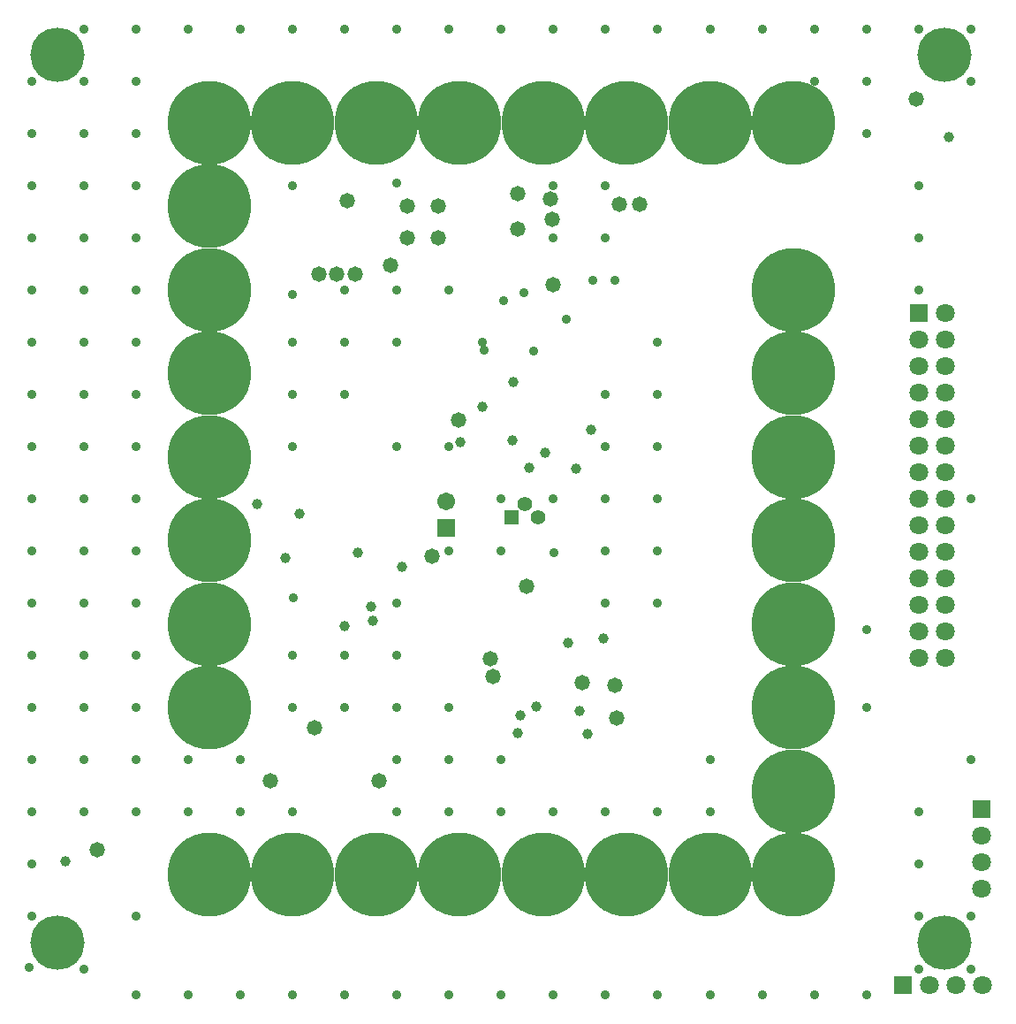
<source format=gbr>
%TF.GenerationSoftware,Altium Limited,Altium Designer,23.9.2 (47)*%
G04 Layer_Color=16711935*
%FSLAX25Y25*%
%MOIN*%
%TF.SameCoordinates,F944BC78-FABB-4A85-9D96-7E9E55BFA98D*%
%TF.FilePolarity,Negative*%
%TF.FileFunction,Soldermask,Bot*%
%TF.Part,Single*%
G01*
G75*
%TA.AperFunction,ComponentPad*%
%ADD91C,0.07099*%
%ADD92R,0.07099X0.07099*%
%TA.AperFunction,ViaPad*%
%ADD93C,0.20485*%
%TA.AperFunction,ComponentPad*%
%ADD94C,0.06706*%
%ADD95R,0.06706X0.06706*%
%ADD96C,0.31509*%
%ADD97R,0.07099X0.07099*%
%ADD98C,0.05493*%
%ADD99R,0.05493X0.05493*%
%TA.AperFunction,ViaPad*%
%ADD100C,0.03950*%
%ADD101C,0.03556*%
%ADD102C,0.05800*%
D91*
X201181Y-163779D02*
D03*
X191181D02*
D03*
X181181D02*
D03*
X200787Y-127284D02*
D03*
Y-117283D02*
D03*
Y-107283D02*
D03*
X187165Y59701D02*
D03*
X177165Y-30299D02*
D03*
X187165Y69701D02*
D03*
X177165Y-40299D02*
D03*
X187165D02*
D03*
Y-30299D02*
D03*
Y-20299D02*
D03*
Y-10299D02*
D03*
Y-299D02*
D03*
Y9701D02*
D03*
Y19701D02*
D03*
Y29701D02*
D03*
Y39701D02*
D03*
Y49701D02*
D03*
X177165Y-20299D02*
D03*
Y-10299D02*
D03*
Y-299D02*
D03*
Y9701D02*
D03*
Y19701D02*
D03*
Y29701D02*
D03*
Y39701D02*
D03*
Y49701D02*
D03*
Y59701D02*
D03*
Y69701D02*
D03*
Y79701D02*
D03*
X187165D02*
D03*
Y89701D02*
D03*
D92*
X171181Y-163779D02*
D03*
D93*
X187008Y187008D02*
D03*
X-147638D02*
D03*
Y-147638D02*
D03*
X187008D02*
D03*
D94*
X-984Y18701D02*
D03*
D95*
Y8858D02*
D03*
D96*
X129921Y66929D02*
D03*
Y35433D02*
D03*
Y3937D02*
D03*
Y-27559D02*
D03*
Y-59055D02*
D03*
Y-90551D02*
D03*
Y-122047D02*
D03*
X-90551Y66929D02*
D03*
Y98425D02*
D03*
Y-27559D02*
D03*
Y3937D02*
D03*
Y35433D02*
D03*
Y129921D02*
D03*
X129921Y161417D02*
D03*
X-27559D02*
D03*
X-59055D02*
D03*
X66929D02*
D03*
X98425D02*
D03*
X35433D02*
D03*
X3937D02*
D03*
X-90551D02*
D03*
X-27559Y-122047D02*
D03*
X-59055D02*
D03*
X66929D02*
D03*
X98425D02*
D03*
X35433D02*
D03*
X3937D02*
D03*
X-90551D02*
D03*
Y-59055D02*
D03*
X129921Y98425D02*
D03*
D97*
X200787Y-97284D02*
D03*
X177165Y89701D02*
D03*
D98*
X28465Y17795D02*
D03*
X33465Y12795D02*
D03*
D99*
X23465D02*
D03*
D100*
X33071Y-58661D02*
D03*
X26772Y-61811D02*
D03*
X25984Y-68504D02*
D03*
X188583Y155905D02*
D03*
X49213Y-60236D02*
D03*
X44882Y-34646D02*
D03*
X58268Y-33071D02*
D03*
X-17717Y-5906D02*
D03*
X-34350Y-500D02*
D03*
X-56299Y14173D02*
D03*
X-72441Y17717D02*
D03*
X-61811Y-2756D02*
D03*
X-39370Y-28346D02*
D03*
X-28740Y-26378D02*
D03*
X36220Y37008D02*
D03*
X30315Y31496D02*
D03*
X48031Y31102D02*
D03*
X24409Y63779D02*
D03*
X53543Y45669D02*
D03*
X24016Y41732D02*
D03*
X4339Y41114D02*
D03*
X12598Y54331D02*
D03*
X-144882Y-116929D02*
D03*
X52165Y-68898D02*
D03*
X-29331Y-20866D02*
D03*
D101*
X19685Y-78740D02*
D03*
X-157480Y-118110D02*
D03*
X-118170Y-137758D02*
D03*
X157480Y-29528D02*
D03*
Y-59055D02*
D03*
X196850Y19685D02*
D03*
X177165Y98425D02*
D03*
Y118110D02*
D03*
Y137795D02*
D03*
X157480Y157480D02*
D03*
X196850Y-78740D02*
D03*
X177165Y-98425D02*
D03*
Y-118110D02*
D03*
X196850Y-157480D02*
D03*
Y-137795D02*
D03*
X177165D02*
D03*
Y-157480D02*
D03*
X157480Y-167323D02*
D03*
X137795D02*
D03*
X118110D02*
D03*
X98425D02*
D03*
X78740D02*
D03*
X59055D02*
D03*
X39370D02*
D03*
X19685D02*
D03*
X0D02*
D03*
X-19685D02*
D03*
X-39370D02*
D03*
X-59055D02*
D03*
X-78740D02*
D03*
X-98425D02*
D03*
X-118110D02*
D03*
X-137795Y-157480D02*
D03*
X-158509Y-156859D02*
D03*
X-157480Y-137795D02*
D03*
X137795Y177165D02*
D03*
X157480D02*
D03*
X196850D02*
D03*
Y196850D02*
D03*
X177165D02*
D03*
X157480D02*
D03*
X137795D02*
D03*
X118110D02*
D03*
X98425D02*
D03*
X78740D02*
D03*
X59055D02*
D03*
X19685D02*
D03*
X39370D02*
D03*
X0D02*
D03*
X-19685D02*
D03*
X-39370D02*
D03*
X-59055D02*
D03*
X-78740D02*
D03*
X-98425D02*
D03*
X-137795D02*
D03*
X-118110D02*
D03*
X59055Y137795D02*
D03*
Y118110D02*
D03*
X39370D02*
D03*
Y137795D02*
D03*
X-19653Y138775D02*
D03*
X-59055Y137795D02*
D03*
X-59117Y96792D02*
D03*
X-39370Y98425D02*
D03*
X-19685D02*
D03*
X0D02*
D03*
X-19685Y78740D02*
D03*
X-39370Y59055D02*
D03*
Y78740D02*
D03*
X-59055D02*
D03*
Y59055D02*
D03*
Y39370D02*
D03*
X-58740Y-17723D02*
D03*
X-19685Y-39370D02*
D03*
Y-19685D02*
D03*
Y39370D02*
D03*
X0D02*
D03*
Y0D02*
D03*
X19685D02*
D03*
Y19685D02*
D03*
X39370D02*
D03*
X39626Y-742D02*
D03*
X59055Y-19685D02*
D03*
Y0D02*
D03*
Y19685D02*
D03*
Y39370D02*
D03*
Y59055D02*
D03*
X78740Y78740D02*
D03*
Y59055D02*
D03*
Y39370D02*
D03*
Y19685D02*
D03*
Y0D02*
D03*
Y-19685D02*
D03*
X98425Y-78740D02*
D03*
Y-98425D02*
D03*
X78740D02*
D03*
X59055D02*
D03*
X39370D02*
D03*
X19685D02*
D03*
X0Y-59055D02*
D03*
Y-78740D02*
D03*
Y-98425D02*
D03*
X-19685D02*
D03*
Y-78740D02*
D03*
Y-59055D02*
D03*
X-39370D02*
D03*
Y-39370D02*
D03*
X-59055D02*
D03*
Y-59055D02*
D03*
X-78740Y-78740D02*
D03*
X-98425D02*
D03*
X-59055Y-98425D02*
D03*
X-78740D02*
D03*
X-98425D02*
D03*
X-118110D02*
D03*
X-137795D02*
D03*
X-157480D02*
D03*
Y-78740D02*
D03*
X-137795D02*
D03*
X-118110D02*
D03*
Y-59055D02*
D03*
X-137795D02*
D03*
X-157480D02*
D03*
Y-39370D02*
D03*
X-137795D02*
D03*
X-118110D02*
D03*
Y-19685D02*
D03*
X-137795D02*
D03*
X-157480D02*
D03*
Y0D02*
D03*
X-137795D02*
D03*
X-118110D02*
D03*
Y19685D02*
D03*
X-137795D02*
D03*
X-157480D02*
D03*
Y39370D02*
D03*
X-137795D02*
D03*
X-118110D02*
D03*
Y59055D02*
D03*
X-137795D02*
D03*
X-157480D02*
D03*
Y78740D02*
D03*
X-137795D02*
D03*
X-118110D02*
D03*
Y98425D02*
D03*
X-137795D02*
D03*
X-157480D02*
D03*
Y118110D02*
D03*
X-137795D02*
D03*
X-118110D02*
D03*
Y137795D02*
D03*
X-137795D02*
D03*
X-157480D02*
D03*
Y177165D02*
D03*
X-137795D02*
D03*
X-118110D02*
D03*
Y157480D02*
D03*
X-137795D02*
D03*
X-157480D02*
D03*
X31789Y75249D02*
D03*
X20472Y94488D02*
D03*
X13386Y75590D02*
D03*
X12598Y78740D02*
D03*
X54331Y101969D02*
D03*
X62598D02*
D03*
X28346Y97244D02*
D03*
X44094Y87402D02*
D03*
D102*
X-132677Y-112598D02*
D03*
X176108Y170230D02*
D03*
X29134Y-13386D02*
D03*
X-6299Y-1969D02*
D03*
X72047Y130709D02*
D03*
X64173D02*
D03*
X15748Y-40551D02*
D03*
X25984Y121260D02*
D03*
Y134646D02*
D03*
X-26378Y-86614D02*
D03*
X-67323D02*
D03*
X-50787Y-66535D02*
D03*
X39370Y100394D02*
D03*
X62598Y-50787D02*
D03*
X50394Y-49606D02*
D03*
X63386Y-62992D02*
D03*
X3543Y49213D02*
D03*
X38976Y125197D02*
D03*
X38189Y132677D02*
D03*
X-38386Y131890D02*
D03*
X-42323Y104331D02*
D03*
X-49213D02*
D03*
X-35433D02*
D03*
X-22138Y107802D02*
D03*
X-3937Y118110D02*
D03*
X-15748D02*
D03*
Y129921D02*
D03*
X-3937D02*
D03*
X16732Y-47244D02*
D03*
%TF.MD5,ba0206cfdebca1c01b3b2041342cfe72*%
M02*

</source>
